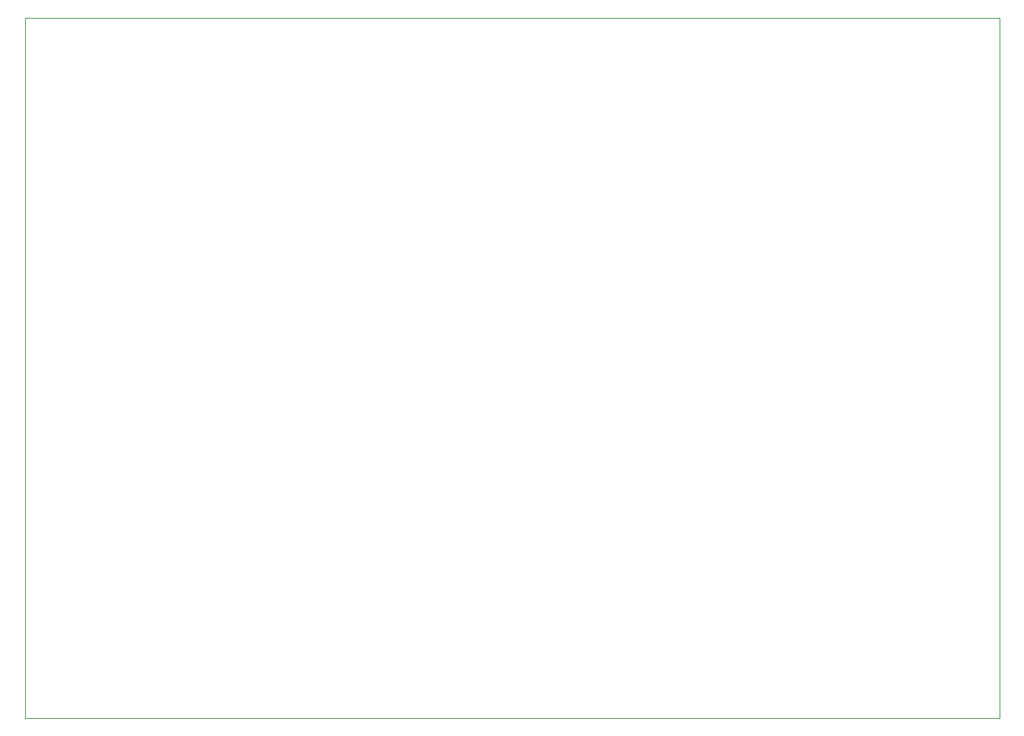
<source format=gbr>
%TF.GenerationSoftware,KiCad,Pcbnew,6.0.4-1.fc36*%
%TF.CreationDate,2022-05-11T16:23:32-07:00*%
%TF.ProjectId,led,6c65642e-6b69-4636-9164-5f7063625858,rev?*%
%TF.SameCoordinates,Original*%
%TF.FileFunction,Profile,NP*%
%FSLAX46Y46*%
G04 Gerber Fmt 4.6, Leading zero omitted, Abs format (unit mm)*
G04 Created by KiCad (PCBNEW 6.0.4-1.fc36) date 2022-05-11 16:23:32*
%MOMM*%
%LPD*%
G01*
G04 APERTURE LIST*
%TA.AperFunction,Profile*%
%ADD10C,0.100000*%
%TD*%
G04 APERTURE END LIST*
D10*
X35560000Y-29845000D02*
X150495000Y-29845000D01*
X150495000Y-29845000D02*
X150495000Y-112395000D01*
X150495000Y-112395000D02*
X35560000Y-112395000D01*
X35560000Y-112395000D02*
X35560000Y-29845000D01*
M02*

</source>
